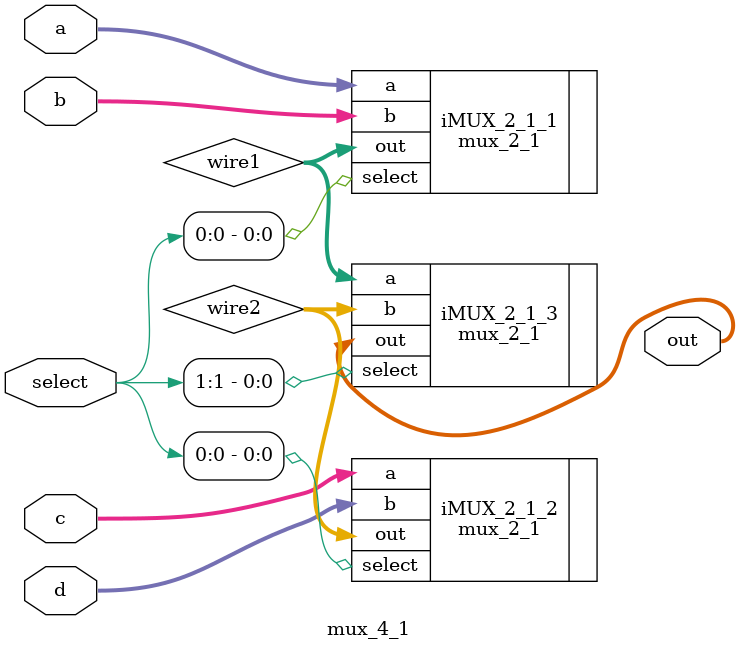
<source format=v>

module mux_4_1(select, out, a, b, c, d);
input [1:0] select;
input [15:0] a, b, c, d;
output [15:0] out;

wire [15:0] wire1, wire2;
// Use of 3 muxes to build 4 to 1 mux
mux_2_1 iMUX_2_1_1(.select(select[0]), .out(wire1), .a(a), .b(b));
mux_2_1 iMUX_2_1_2(.select(select[0]), .out(wire2), .a(c), .b(d));
mux_2_1 iMUX_2_1_3(.select(select[1]), .out(out), .a(wire1), .b(wire2));
endmodule
</source>
